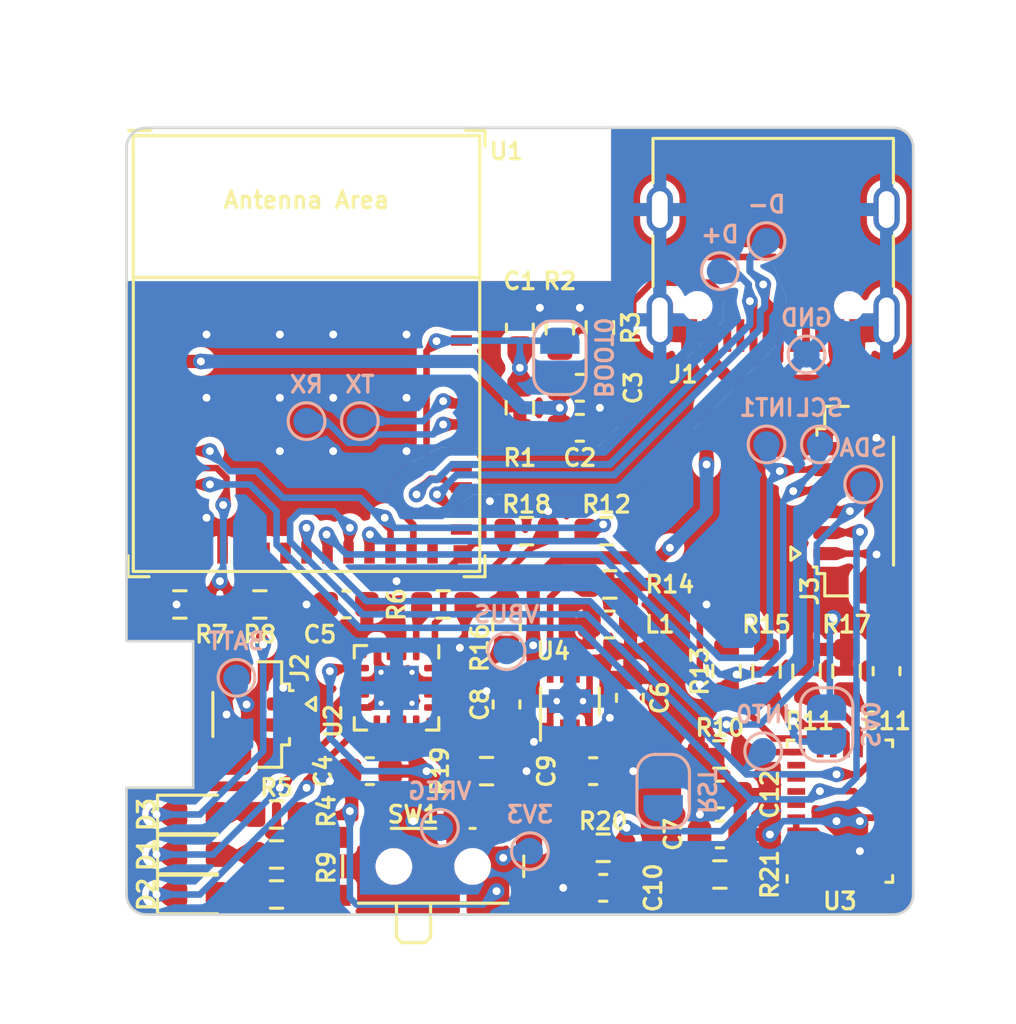
<source format=kicad_pcb>
(kicad_pcb (version 20240108) (generator "pcbnew") (generator_version "8.0")
  (layers (0 "F.Cu" signal) (31 "B.Cu" signal) (34 "B.Paste" user) (35 "F.Paste" user) (36 "B.SilkS" user "B.Silkscreen") (37 "F.SilkS" user "F.Silkscreen") (38 "B.Mask" user) (39 "F.Mask" user) (44 "Edge.Cuts" user))
  (net 0 "")
  (net 1 "Net-(J1-CC1)")
  (net 2 "/Power/+BATT")
  (net 3 "GND")
  (net 4 "Net-(D2-K)")
  (net 6 "/Power/VBUS")
  (net 7 "Net-(J1-CC2)")
  (net 9 "+3V3")
  (net 10 "Net-(U3-CAP)")
  (net 11 "Net-(U2-ISET)")
  (net 12 "Net-(U2-TS)")
  (net 13 "/Control/NRST")
  (net 14 "Net-(U2-TMR)")
  (net 15 "Net-(U2-ILIM)")
  (net 20 "/MCU/HOST_SDA")
  (net 21 "/MCU/HOST_SCL")
  (net 22 "/MCU/INT0")
  (net 23 "/MCU/INT1")
  (net 24 "Net-(D1-K)")
  (net 26 "/MCU/USB_D-")
  (net 27 "/MCU/USB_D+")
  (net 34 "Net-(U3-~{ENV_SDA})")
  (net 35 "Net-(U4-PG)")
  (net 36 "Net-(U3-~{ENV_SCL})")
  (net 37 "Net-(U3-~{BOOTN})")
  (net 49 "Net-(D1-A)")
  (net 50 "Net-(D2-A)")
  (net 51 "Net-(U1-GPIO21{slash}U0TXD)")
  (net 52 "Net-(U1-GPIO20{slash}U0RXD)")
  (net 58 "Net-(D3-K)")
  (net 59 "Net-(D3-A)")
  (net 60 "/Power/+VREG-ON")
  (net 61 "/Power/+VREG")
  (net 62 "Net-(U1-GPIO3{slash}ADC1_CH3)")
  (net 63 "/Control/BOOT_MODE")
  (net 64 "Net-(U1-GPIO2{slash}ADC1_CH2)")
  (net 65 "Net-(JP3-A)")
  (net 66 "/Power/DC-DC-OUT")
  (footprint "Capacitor_SMD:C_0603_1608Metric" (layer "F.Cu") (at 34.671 49.911)
    (property "Reference" "C4")
    (property "Value" "4.7u")
  )
  (footprint "Resistor_SMD:R_0603_1608Metric" (layer "F.Cu") (at 43.688 40.767 180)
    (property "Reference" "R12")
    (property "Value" "10k")
  )
  (footprint "Package_LGA:LGA-28_5.2x3.8mm_P0.5mm" (layer "F.Cu") (at 52.578 51.435 90)
    (property "Reference" "U3")
    (property "Value" "BNO08X")
  )
  (footprint "Package_DFN_QFN:VQFN-16-1EP_3x3mm_P0.5mm_EP1.68x1.68mm_ThermalVias" (layer "F.Cu") (at 35.687 46.736 -90)
    (property "Reference" "U2")
    (property "Value" "BQ24075RGT")
  )
  (footprint "Capacitor_SMD:C_0603_1608Metric" (layer "F.Cu") (at 40.386 33.02 90)
    (property "Reference" "C1")
    (property "Value" "0.1u")
  )
  (footprint "Capacitor_SMD:C_0603_1608Metric" (layer "F.Cu") (at 42.672 36.83 180)
    (property "Reference" "C2")
    (property "Value" "10u")
  )
  (footprint "LED_SMD:LED_0603_1608Metric" (layer "F.Cu") (at 28.067 54.61)
    (property "Reference" "D2")
    (property "Value" "R")
  )
  (footprint "Resistor_SMD:R_0603_1608Metric" (layer "F.Cu") (at 48.26 46.101 -90)
    (property "Reference" "R13")
    (property "Value" "2.2k")
  )
  (footprint "Resistor_SMD:R_0603_1608Metric" (layer "F.Cu") (at 40.386 36.068 90)
    (property "Reference" "R1")
    (property "Value" "10k")
  )
  (footprint "Resistor_SMD:R_0603_1608Metric" (layer "F.Cu") (at 49.784 46.101 90)
    (property "Reference" "R15")
    (property "Value" "10k")
  )
  (footprint "Resistor_SMD:R_0603_1608Metric" (layer "F.Cu") (at 27.432 43.561 180)
    (property "Reference" "R7")
    (property "Value" "10k")
  )
  (footprint "Capacitor_SMD:C_0603_1608Metric" (layer "F.Cu") (at 44.577 47.117 90)
    (property "Reference" "C6")
    (property "Value" "22u")
  )
  (footprint "LED_SMD:LED_0603_1608Metric" (layer "F.Cu") (at 28.067 53.086)
    (property "Reference" "D1")
    (property "Value" "G")
  )
  (footprint "Capacitor_SMD:C_0603_1608Metric" (layer "F.Cu") (at 48.006 52.324)
    (property "Reference" "C7")
    (property "Value" "0.1u")
  )
  (footprint "Resistor_SMD:R_0603_1608Metric" (layer "F.Cu") (at 31.115 51.562 180)
    (property "Reference" "R5")
    (property "Value" "1.5k")
  )
  (footprint "Resistor_SMD:R_0603_1608Metric" (layer "F.Cu") (at 40.64 40.767 180)
    (property "Reference" "R18")
    (property "Value" "1.8k")
  )
  (footprint "Capacitor_SMD:C_0603_1608Metric" (layer "F.Cu") (at 43.18 49.911)
    (property "Reference" "C9")
    (property "Value" "10u")
  )
  (footprint "Resistor_SMD:R_0603_1608Metric" (layer "F.Cu") (at 48.006 49.276)
    (property "Reference" "R10")
    (property "Value" "2.2k")
  )
  (footprint "Capacitor_SMD:C_0603_1608Metric" (layer "F.Cu") (at 43.561 54.356 180)
    (property "Reference" "C10")
    (property "Value" "1u")
  )
  (footprint "Capacitor_SMD:C_0603_1608Metric" (layer "F.Cu") (at 54.356 46.101 -90)
    (property "Reference" "C11")
    (property "Value" "0.1u")
  )
  (footprint "Resistor_SMD:R_0603_1608Metric" (layer "F.Cu") (at 37.4675 43.561 180)
    (property "Reference" "R6")
    (property "Value" "10k")
  )
  (footprint "Connector_JST:JST_SUR_SM02B-SURS-TF_1x02-1MP_P0.80mm_Horizontal" (layer "F.Cu") (at 30.099 47.752 -90)
    (property "Reference" "J2")
    (property "Value" "SUR_SM02B-SURS-TF")
  )
  (footprint "Resistor_SMD:R_0603_1608Metric" (layer "F.Cu") (at 31.115 53.086 180)
    (property "Reference" "R4")
    (property "Value" "1.5k")
  )
  (footprint "Resistor_SMD:R_0603_1608Metric" (layer "F.Cu") (at 51.308 46.101 -90)
    (property "Reference" "R11")
    (property "Value" "2.2k")
  )
  (footprint "Resistor_SMD:R_0603_1608Metric" (layer "F.Cu") (at 30.48 43.561)
    (property "Reference" "R8")
    (property "Value" "40.2k")
  )
  (footprint "Resistor_SMD:R_0603_1608Metric" (layer "F.Cu") (at 41.91 33.02 90)
    (property "Reference" "R2")
    (property "Value" "5.1k")
  )
  (footprint "Connector_USB:USB_C_Receptacle_G-Switch_GT-USB-7010ASV" (layer "F.Cu") (at 50.038 29.591 180)
    (property "Reference" "J1")
    (property "Value" "GT-USB-7010ASV")
  )
  (footprint "Package_SON:WSON-8-1EP_2x2mm_P0.5mm_EP0.9x1.6mm_ThermalVias" (layer "F.Cu") (at 42.291 47.244 90)
    (property "Reference" "U4")
    (property "Value" "TPS62162DSG")
  )
  (footprint "Resistor_SMD:R_0603_1608Metric" (layer "F.Cu") (at 43.815 42.799 180)
    (property "Reference" "R14")
    (property "Value" "100k")
  )
  (footprint "Resistor_SMD:R_0603_1608Metric" (layer "F.Cu") (at 31.115 54.61 180)
    (property "Reference" "R9")
    (property "Value" "1.5k")
  )
  (footprint "Capacitor_SMD:C_0603_1608Metric" (layer "F.Cu") (at 42.672 35.306 180)
    (property "Reference" "C3")
    (property "Value" "0.1u")
  )
  (footprint "Resistor_SMD:R_0603_1608Metric" (layer "F.Cu") (at 39.878 44.323 -90)
    (property "Reference" "R16")
    (property "Value" "30k")
  )
  (footprint "Button_Switch_SMD:SW_SPDT_PCM12" (layer "F.Cu") (at 37.084 53.213)
    (property "Reference" "SW1")
    (property "Value" "SW_SPDT_PCM12")
  )
  (footprint "Connector_JST:JST_SUR_SM06B-SURS-TF_1x06-1MP_P0.80mm_Horizontal" (layer "F.Cu") (at 53.213 39.624 90)
    (property "Reference" "J3")
    (property "Value" "SUR_SM06B-SURS-TF")
  )
  (footprint "Resistor_SMD:R_0603_1608Metric" (layer "F.Cu") (at 52.832 46.101 -90)
    (property "Reference" "R17")
    (property "Value" "2.2k")
  )
  (footprint "LED_SMD:LED_0603_1608Metric" (layer "F.Cu") (at 28.067 51.562)
    (property "Reference" "D3")
    (property "Value" "B")
  )
  (footprint "Capacitor_SMD:C_0603_1608Metric" (layer "F.Cu") (at 39.878 47.371 -90)
    (property "Reference" "C8")
    (property "Value" "1u")
  )
  (footprint "PCM_Espressif:ESP32-C3-MINI-1" (layer "F.Cu") (at 32.258 34.003)
    (property "Reference" "U1")
    (property "Value" "ESP32-C3-MINI-1")
  )
  (footprint "Resistor_SMD:R_0603_1608Metric" (layer "F.Cu") (at 43.434 33.02 90)
    (property "Reference" "R3")
    (property "Value" "5.1k")
  )
  (footprint "Inductor_SMD:L_0603_1608Metric" (layer "F.Cu") (at 43.815 44.323)
    (property "Reference" "L1")
    (property "Value" "2.2u")
  )
  (footprint "Resistor_SMD:R_0603_1608Metric" (layer "F.Cu") (at 39.116 49.911 180)
    (property "Reference" "R19")
    (property "Value" "3.3k")
  )
  (footprint "Resistor_SMD:R_0603_1608Metric" (layer "F.Cu") (at 43.561 52.832)
    (property "Reference" "R20")
    (property "Value" "10k")
  )
  (footprint "Resistor_SMD:R_0603_1608Metric" (layer "F.Cu") (at 48.006 53.848 180)
    (property "Reference" "R21")
    (property "Value" "10k")
  )
  (footprint "Capacitor_SMD:C_0603_1608Metric" (layer "F.Cu") (at 33.782 43.561)
    (property "Reference" "C5")
    (property "Value" "4.7u")
  )
  (footprint "Capacitor_SMD:C_0603_1608Metric" (layer "F.Cu") (at 48.006 50.8 180)
    (property "Reference" "C12")
    (property "Value" "0.1u")
  )
  (footprint "Jumper:SolderJumper-2_P1.3mm_Open_RoundedPad1.0x1.5mm" (layer "B.Cu") (at 41.91 34.163 90)
    (property "Reference" "JP1" (hide yes))
    (property "Value" "BOOT0")
  )
  (footprint "Jumper:SolderJumper-2_P1.3mm_Open_RoundedPad1.0x1.5mm" (layer "B.Cu") (at 45.847 50.673 -90)
    (property "Reference" "JP2" (hide yes))
    (property "Value" "RST")
  )
  (footprint "TestPoint:TestPoint_Pad_D1.0mm" (layer "B.Cu") (at 53.467 38.989 180)
    (property "Reference" "TP8" (hide yes))
    (property "Value" "SDA")
  )
  (footprint "TestPoint:TestPoint_Pad_D1.0mm" (layer "B.Cu") (at 51.816 37.465 180)
    (property "Reference" "TP1" (hide yes))
    (property "Value" "SCL")
  )
  (footprint "TestPoint:TestPoint_Pad_D1.0mm" (layer "B.Cu") (at 32.258 36.576 180)
    (property "Reference" "TP6" (hide yes))
    (property "Value" "RX")
  )
  (footprint "TestPoint:TestPoint_Pad_D1.0mm" (layer "B.Cu") (at 49.784 37.465 180)
    (property "Reference" "TP2" (hide yes))
    (property "Value" "INT1")
  )
  (footprint "TestPoint:TestPoint_Pad_D1.0mm" (layer "B.Cu") (at 48.006 30.861 180)
    (property "Reference" "TP3" (hide yes))
    (property "Value" "D+")
  )
  (footprint "TestPoint:TestPoint_Pad_D1.0mm" (layer "B.Cu") (at 49.784 29.718 180)
    (property "Reference" "TP4" (hide yes))
    (property "Value" "D-")
  )
  (footprint "TestPoint:TestPoint_Pad_D1.0mm" (layer "B.Cu") (at 29.591 46.355 180)
    (property "Reference" "TP12" (hide yes))
    (property "Value" "BATT")
  )
  (footprint "TestPoint:TestPoint_Pad_D1.0mm" (layer "B.Cu") (at 49.657 49.149 180)
    (property "Reference" "TP9" (hide yes))
    (property "Value" "INT0")
  )
  (footprint "TestPoint:TestPoint_Pad_D1.0mm" (layer "B.Cu") (at 51.308 34.036 180)
    (property "Reference" "TP5" (hide yes))
    (property "Value" "GND")
  )
  (footprint "TestPoint:TestPoint_Pad_D1.0mm" (layer "B.Cu") (at 40.767 52.959 180)
    (property "Reference" "TP10" (hide yes))
    (property "Value" "3V3")
  )
  (footprint "Jumper:SolderJumper-2_P1.3mm_Open_RoundedPad1.0x1.5mm" (layer "B.Cu") (at 52.07 48.133 90)
    (property "Reference" "JP3" (hide yes))
    (property "Value" "SA0")
  )
  (footprint "TestPoint:TestPoint_Pad_D1.0mm" (layer "B.Cu") (at 39.878 45.339 180)
    (property "Reference" "TP11" (hide yes))
    (property "Value" "VBUS")
  )
  (footprint "TestPoint:TestPoint_Pad_D1.0mm" (layer "B.Cu") (at 37.338 52.07 180)
    (property "Reference" "TP13" (hide yes))
    (property "Value" "VREG")
  )
  (footprint "TestPoint:TestPoint_Pad_D1.0mm" (layer "B.Cu") (at 34.29 36.576 180)
    (property "Reference" "TP7" (hide yes))
    (property "Value" "TX")
  )
  (gr_line (start 25.4 44.958) (end 25.4 26.162) (stroke (width 0.1)) (layer "Edge.Cuts"))
  (gr_line (start 55.372 26.162) (end 55.372 54.61) (stroke (width 0.1)) (layer "Edge.Cuts"))
  (gr_arc (start 25.4 26.162) (mid 25.623185 25.623185) (end 26.162 25.4) (stroke (width 0.1)) (layer "Edge.Cuts"))
  (gr_line (start 25.4 50.546) (end 27.94 50.546) (stroke (width 0.1)) (layer "Edge.Cuts"))
  (gr_line (start 26.162 25.4) (end 54.61 25.4) (stroke (width 0.1)) (layer "Edge.Cuts"))
  (gr_line (start 25.4 54.61) (end 25.4 50.546) (stroke (width 0.1)) (layer "Edge.Cuts"))
  (gr_line (start 27.94 44.958) (end 25.4 44.958) (stroke (width 0.1)) (layer "Edge.Cuts"))
  (gr_arc (start 55.372 54.61) (mid 55.148815 55.148815) (end 54.61 55.372) (stroke (width 0.1)) (layer "Edge.Cuts"))
  (gr_arc (start 54.61 25.400053) (mid 55.148797 25.623219) (end 55.372 26.162) (stroke (width 0.1)) (layer "Edge.Cuts"))
  (gr_line (start 54.61 55.372) (end 26.162 55.372) (stroke (width 0.1)) (layer "Edge.Cuts"))
  (gr_line (start 27.94 50.546) (end 27.94 44.958) (stroke (width 0.1)) (layer "Edge.Cuts"))
  (gr_arc (start 26.162 55.372) (mid 25.623185 55.148815) (end 25.4 54.61) (stroke (width 0.1)) (layer "Edge.Cuts"))
  (segment (start 43.776604 33.12) (end 42.635 33.12) (width 0.25) (layer "F.Cu") (net 1))
  (segment (start 42.635 33.12) (end 41.91 33.845) (width 0.25) (layer "F.Cu") (net 1))
  (segment (start 50.086305 30.322) (end 51.288 31.523695) (width 0.25) (layer "F.Cu") (net 1))
  (segment (start 44.234 31.712) (end 44.234 32.662604) (width 0.25) (layer "F.Cu") (net 1))
  (segment (start 44.234 32.662604) (end 43.776604 33.12) (width 0.25) (layer "F.Cu") (net 1))
  (segment (start 44.503 31.443) (end 45.624 30.322) (width 0.25) (layer "F.Cu") (net 1))
  (segment (start 44.503 31.443) (end 44.234 31.712) (width 0.25) (layer "F.Cu") (net 1))
  (segment (start 51.288 31.523695) (end 51.288 33.316) (width 0.25) (layer "F.Cu") (net 1))
  (segment (start 45.624 30.322) (end 50.086305 30.322) (width 0.25) (layer "F.Cu") (net 1))
  (via (at 29.972 47.371) (size 0.6) (drill 0.3) (layers "F.Cu" "B.Cu") (net 2))
  (segment (start 29.591 46.99) (end 29.591 46.355) (width 0.25) (layer "B.Cu") (net 2))
  (segment (start 29.972 47.371) (end 29.591 46.99) (width 0.25) (layer "B.Cu") (net 2))
  (segment (start 38.989 41.042) (end 38.803 41.228) (width 0.25) (layer "F.Cu") (net 3))
  (segment (start 37.189 42.672) (end 35.687 42.672) (width 0.25) (layer "F.Cu") (net 3))
  (segment (start 43.447 36.83) (end 43.447 36.081) (width 0.25) (layer "F.Cu") (net 3))
  (segment (start 43.041 47.013) (end 42.81 47.244) (width 0.25) (layer "F.Cu") (net 3))
  (segment (start 29.21 47.752) (end 29.299 47.663) (width 0.25) (layer "F.Cu") (net 3))
  (segment (start 53.145 52.764) (end 52.2215 52.764) (width 0.25) (layer "F.Cu") (net 3))
  (segment (start 41.211 32.195) (end 41.148 32.258) (width 0.25) (layer "F.Cu") (net 3))
  (segment (start 54.356 43.307) (end 53.975 42.926) (width 0.25) (layer "F.Cu") (net 3))
  (segment (start 33.147 50.292) (end 33.528 49.911) (width 0.25) (layer "F.Cu") (net 3))
  (segment (start 43.815 47.879) (end 43.828 47.892) (width 0.25) (layer "F.Cu") (net 3))
  (segment (start 43.447 36.055) (end 43.434 36.068) (width 0.25) (layer "F.Cu") (net 3))
  (segment (start 35.097 45.897992) (end 34.937 45.737992) (width 0.25) (layer "F.Cu") (net 3))
  (segment (start 46.318 33.316) (end 45.718 32.716) (width 0.5) (layer "F.Cu") (net 3))
  (segment (start 31.249 46.856) (end 31.249 47.352) (width 0.25) (layer "F.Cu") (net 3))
  (segment (start 47.244 50.813) (end 47.231 50.8) (width 0.25) (layer "F.Cu") (net 3))
  (segment (start 50.9155 52.185) (end 50.9155 51.685) (width 0.25) (layer "F.Cu") (net 3))
  (segment (start 49.784 44.831) (end 49.149 44.196) (width 0.25) (layer "F.Cu") (net 3))
  (segment (start 47.244 52.311) (end 47.231 52.324) (width 0.25) (layer "F.Cu") (net 3))
  (segment (start 53.975 37.211) (end 53.975 36.364) (width 0.25) (layer "F.Cu") (net 3))
  (segment (start 46.838 33.316) (end 46.318 33.316) (width 0.5) (layer "F.Cu") (net 3))
  (segment (start 40.64 49.911) (end 39.941 49.911) (width 0.25) (layer "F.Cu") (net 3))
  (segment (start 43.828 47.892) (end 44.8245 47.892) (width 0.25) (layer "F.Cu") (net 3))
  (segment (start 29.21 47.752) (end 29.299 47.841) (width 0.25) (layer "F.Cu") (net 3))
  (segment (start 51.828 53.1575) (end 52.2215 52.764) (width 0.25) (layer "F.Cu") (net 3))
  (segment (start 34.685008 47.486) (end 34.845008 47.326) (width 0.25) (layer "F.Cu") (net 3))
  (segment (start 53.943 41.624) (end 53.975 41.656) (width 0.25) (layer "F.Cu") (net 3))
  (segment (start 42.786 54.356) (end 42.037 54.356) (width 0.25) (layer "F.Cu") (net 3))
  (segment (start 44.704 49.911) (end 43.955 49.911) (width 0.25) (layer "F.Cu") (net 3))
  (segment (start 38.227 31.892) (end 38.277 31.842) (width 0.25) (layer "F.Cu") (net 3))
  (segment (start 34.937 45.737992) (end 34.937 45.2855) (width 0.25) (layer "F.Cu") (net 3))
  (segment (start 29.299 47.841) (end 29.299 49.452) (width 0.25) (layer "F.Cu") (net 3))
  (segment (start 38.2925 45.0195) (end 38.2925 43.561) (width 0.25) (layer "F.Cu") (net 3))
  (segment (start 42.609 32.195) (end 41.91 32.195) (width 0.25) (layer "F.Cu") (net 3))
  (segment (start 43.041 47.475) (end 43.041 48.175) (width 0.25) (layer "F.Cu") (net 3))
  (segment (start 53.238 33.316) (end 53.758 33.316) (width 0.5) (layer "F.Cu") (net 3))
  (segment (start 51.6425 52.185) (end 52.2215 52.764) (width 0.25) (layer "F.Cu") (net 3))
  (segment (start 40.386 32.245) (end 41.135 32.245) (width 0.25) (layer "F.Cu") (net 3))
  (segment (start 38.989 39.878) (end 38.989 41.042) (width 0.25) (layer "F.Cu") (net 3))
  (segment (start 39.383 46.596) (end 39.878 46.596) (width 0.25) (layer "F.Cu") (net 3))
  (segment (start 27.305 43.561) (end 26.671 43.561) (width 0.25) (layer "F.Cu") (net 3))
  (segment (start 34.845008 47.326) (end 35.097 47.326) (width 0.25) (layer "F.Cu") (net 3))
  (segment (start 26.427 31.892) (end 26.377 31.842) (width 0.25) (layer "F.Cu") (net 3))
  (segment (start 54.2405 53.685) (end 53.4655 53.685) (width 0.25) (layer "F.Cu") (net 3))
  (segment (start 35.937 46.486) (end 35.687 46.736) (width 0.25) (layer "F.Cu") (net 3))
  (segment (start 41.465 40.005) (end 41.465 40.767) (width 0.25) (layer "F.Cu") (net 3))
  (segment (start 32.258 43.561) (end 33.007 43.561) (width 0.25) (layer "F.Cu") (net 3))
  (segment (start 39.116 46.863) (end 39.383 46.596) (width 0.25) (layer "F.Cu") (net 3))
  (segment (start 39.878 43.498) (end 39.878 42.354) (width 0.25) (layer "F.Cu") (net 3))
  (segment (start 52.063 41.624) (end 53.943 41.624) (width 0.25) (layer "F.Cu") (net 3))
  (segment (start 53.975 36.364) (end 54.013 36.326) (width 0.25) (layer "F.Cu") (net 3))
  (segment (start 41.541 47.513) (end 41.81 47.244) (width 0.25) (layer "F.Cu") (net 3))
  (segment (start 49.784 45.276) (end 49.784 44.831) (width 0.25) (layer "F.Cu") (net 3))
  (segment (start 38.354 43.561) (end 39.815 43.561) (width 0.25) (layer "F.Cu") (net 3))
  (segment (start 41.91 32.195) (end 41.211 32.195) (width 0.25) (layer "F.Cu") (net 3))
  (segment (start 37.1495 46.486) (end 35.937 46.486) (width 0.25) (layer "F.Cu") (net 3))
  (segment (start 53.328 52.971) (end 53.34 52.959) (width 0.25) (layer "F.Cu") (net 3))
  (segment (start 34.2245 47.486) (end 34.685008 47.486) (width 0.25) (layer "F.Cu") (net 3))
  (segment (start 54.356 45.326) (end 54.356 43.307) (width 0.25) (layer "F.Cu") (net 3))
  (segment (start 43.041 46.294) (end 43.041 47.013) (width 0.25) (layer "F.Cu") (net 3))
  (segment (start 53.328 53.8225) (end 53.328 52.971) (width 0.25) (layer "F.Cu") (net 3))
  (segment (start 43.447 35.306) (end 43.447 36.055) (width 0.25) (layer "F.Cu") (net 3))
  (segment (start 31.369 46.736) (end 31.249 46.856) (width 0.25) (layer "F.Cu") (net 3))
  (segment (start 53.4655 53.685) (end 53.328 53.8225) (width 0.25) (layer "F.Cu") (net 3))
  (segment (start 35.097 46.146) (end 35.097 45.897992) (width 0.25) (layer "F.Cu") (net 3))
  (segment (start 37.127 31.892) (end 38.227 31.892) (width 0.25) (layer "F.Cu") (net 3))
  (segment (start 42.672 32.258) (end 42.735 32.195) (width 0.25) (layer "F.Cu") (net 3))
  (segment (start 40.922477 48.485523) (end 41.214 48.194) (width 0.25) (layer "F.Cu") (net 3))
  (segment (start 42.672 32.258) (end 42.609 32.195) (width 0.25) (layer "F.Cu") (net 3))
  (segment (start 53.758 33.316) (end 54.358 32.716) (width 0.5) (layer "F.Cu") (net 3))
  (segment (start 39.243 39.624) (end 38.989 39.878) (width 0.25) (layer "F.Cu") (net 3))
  (segment (start 42.735 32.195) (end 43.434 32.195) (width 0.25) (layer "F.Cu") (net 3))
  (segment (start 41.135 32.245) (end 41.148 32.258) (width 0.25) (layer "F.Cu") (net 3))
  (segment (start 38.803 41.228) (end 38.633 41.228) (width 0.25) (layer "F.Cu") (net 3))
  (segment (start 47.244 43.815) (end 47.244 46.609) (width 0.25) (layer "F.Cu") (net 3))
  (segment (start 40.922477 48.796477) (end 40.922477 48.485523) (width 0.25) (layer "F.Cu") (net 3))
  (segment (start 34.2245 46.486) (end 35.437 46.486) (width 0.25) (layer "F.Cu") (net 3))
  (segment (start 51.828 53.8225) (end 51.828 53.1575) (width 0.25) (layer "F.Cu") (net 3))
  (segment (start 39.878 42.354) (end 41.465 40.767) (width 0.25) (layer "F.Cu") (net 3))
  (segment (start 53.34 52.959) (end 53.145 52.764) (width 0.25) (layer "F.Cu") (net 3))
  (segment (start 53.975 42.926) (end 53.975 41.656) (width 0.25) (layer "F.Cu") (net 3))
  (segment (start 47.498 43.561) (end 47.244 43.815) (width 0.25) (layer "F.Cu") (net 3))
  (segment (start 47.244 51.562) (end 47.244 52.311) (width 0.25) (layer "F.Cu") (net 3))
  (segment (start 50.9155 52.185) (end 51.6425 52.185) (width 0.25) (layer "F.Cu") (net 3))
  (segment (start 35.437 46.486) (end 35.687 46.736) (width 0.25) (layer "F.Cu") (net 3))
  (segment (start 41.214 48.194) (end 41.541 48.194) (width 0.25) (layer "F.Cu") (net 3))
  (segment (start 41.541 48.194) (end 41.541 47.513) (width 0.25) (layer "F.Cu") (net 3))
  (segment (start 43.447 36.081) (end 43.434 36.068) (width 0.25) (layer "F.Cu") (net 3))
  (segment (start 29.299 47.663) (end 29.299 46.052) (width 0.25) (layer "F.Cu") (net 3))
  (segment (start 38.633 41.228) (end 37.189 42.672) (width 0.25) (layer "F.Cu") (net 3))
  (segment (start 42.81 47.244) (end 43.041 47.475) (width 0.25) (layer "F.Cu") (net 3))
  (segment (start 47.244 51.562) (end 47.244 50.813) (width 0.25) (layer "F.Cu") (net 3))
  (segment (start 33.528 49.911) (end 33.896 49.911) (width 0.25) (layer "F.Cu") (net 3))
  (segment (start 38.1 45.212) (end 38.2925 45.0195) (width 0.25) (layer "F.Cu") (net 3))
  (via (at 39.116 46.863) (size 0.6) (drill 0.3) (layers "F.Cu" "B.Cu") (net 3))
  (via (at 36.068 33.274) (size 0.6) (drill 0.3) (layers "F.Cu" "B.Cu") (net 3))
  (via (at 28.448 40.259) (size 0.6) (drill 0.3) (layers "F.Cu" "B.Cu") (net 3))
  (via (at 47.244 46.609) (size 0.6) (drill 0.3) (layers "F.Cu" "B.Cu") (net 3))
  (via (at 53.34 52.959) (size 0.6) (drill 0.3) (layers "F.Cu" "B.Cu") (net 3))
  (via (at 53.975 37.211) (size 0.6) (drill 0.3) (layers "F.Cu" "B.Cu") (net 3))
  (via (at 28.448 35.687) (size 0.6) (drill 0.3) (layers "F.Cu" "B.Cu") (net 3))
  (via (at 53.975 41.656) (size 0.6) (drill 0.3) (layers "F.Cu" "B.Cu") (net 3))
  (via (at 47.498 43.561) (size 0.6) (drill 0.3) (layers "F.Cu" "B.Cu") (net 3))
  (via (at 42.672 32.258) (size 0.6) (drill 0.3) (layers "F.Cu" "B.Cu") (net 3))
  (via (at 35.687 42.672) (size 0.6) (drill 0.3) (layers "F.Cu" "B.Cu") (net 3))
  (via (at 42.037 54.356) (size 0.6) (drill 0.3) (layers "F.Cu" "B.Cu") (net 3))
  (via (at 31.369 46.736) (size 0.6) (drill 0.3) (layers "F.Cu" "B.Cu") (net 3))
  (via (at 36.068 35.687) (size 0.6) (drill 0.3) (layers "F.Cu" "B.Cu") (net 3))
  (via (at 28.448 33.274) (size 0.6) (drill 0.3) (layers "F.Cu" "B.Cu") (net 3))
  (via (at 29.21 47.752) (size 0.6) (drill 0.3) (layers "F.Cu" "B.Cu") (net 3))
  (via (at 31.242 35.687) (size 0.6) (drill 0.3) (layers "F.Cu" "B.Cu") (net 3))
  (via (at 31.242 37.719) (size 0.6) (drill 0.3) (layers "F.Cu" "B.Cu") (net 3))
  (via (at 41.465 40.005) (size 0.6) (drill 0.3) (layers "F.Cu" "B.Cu") (net 3))
  (via (at 33.147 50.292) (size 0.6) (drill 0.3) (layers "F.Cu" "B.Cu") (net 3))
  (via (at 44.704 49.911) (size 0.6) (drill 0.3) (layers "F.Cu" "B.Cu") (net 3))
  (via (at 41.148 32.258) (size 0.6) (drill 0.3) (layers "F.Cu" "B.Cu") (net 3))
  (via (at 33.274 37.719) (size 0.6) (drill 0.3) (layers "F.Cu" "B.Cu") (net 3))
  (via (at 39.243 39.624) (size 0.6) (drill 0.3) (layers "F.Cu" "B.Cu") (net 3))
  (via (at 43.434 36.068) (size 0.6) (drill 0.3) (layers "F.Cu" "B.Cu") (net 3))
  (via (at 38.1 45.212) (size 0.6) (drill 0.3) (layers "F.Cu" "B.Cu") (net 3))
  (via (at 40.64 49.911) (size 0.6) (drill 0.3) (layers "F.Cu" "B.Cu") (net 3))
  (via (at 36.068 37.719) (size 0.6) (drill 0.3) (layers "F.Cu" "B.Cu") (net 3))
  (via (at 31.242 33.274) (size 0.6) (drill 0.3) (layers "F.Cu" "B.Cu") (net 3))
  (via (at 43.815 47.879) (size 0.6) (drill 0.3) (layers "F.Cu" "B.Cu") (net 3))
  (via (at 33.274 33.274) (size 0.6) (drill 0.3) (layers "F.Cu" "B.Cu") (net 3))
  (via (at 49.149 44.196) (size 0.6) (drill 0.3) (layers "F.Cu" "B.Cu") (net 3))
  (via (at 27.305 43.561) (size 0.6) (drill 0.3) (layers "F.Cu" "B.Cu") (net 3))
  (via (at 33.274 35.687) (size 0.6) (drill 0.3) (layers "F.Cu" "B.Cu") (net 3))
  (via (at 40.922477 48.796477) (size 0.6) (drill 0.3) (layers "F.Cu" "B.Cu") (net 3))
  (via (at 32.258 43.561) (size 0.6) (drill 0.3) (layers "F.Cu" "B.Cu") (net 3))
  (via (at 47.244 51.562) (size 0.6) (drill 0.3) (layers "F.Cu" "B.Cu") (net 3))
  (segment (start 32.258 50.263341) (end 34.322841 48.1985) (width 0.25) (layer "F.Cu") (net 4))
  (segment (start 32.258 50.546) (end 32.258 50.263341) (width 0.25) (layer "F.Cu") (net 4))
  (segment (start 34.322841 48.1985) (end 34.937 48.1985) (width 0.25) (layer "F.Cu") (net 4))
  (segment (start 26.543 54.61) (end 27.2795 54.61) (width 0.25) (layer "F.Cu") (net 4))
  (via (at 32.258 50.546) (size 0.6) (drill 0.3) (layers "F.Cu" "B.Cu") (net 4))
  (via (at 26.543 54.61) (size 0.6) (drill 0.3) (layers "F.Cu" "B.Cu") (net 4))
  (segment (start 32.258 50.546) (end 28.194 54.61) (width 0.25) (layer "B.Cu") (net 4))
  (segment (start 28.194 54.61) (end 26.543 54.61) (width 0.25) (layer "B.Cu") (net 4))
  (segment (start 52.438 34.397) (end 52.438 33.316) (width 0.5) (layer "F.Cu") (net 6))
  (segment (start 40.894 45.1195) (end 40.894 47.13) (width 0.5) (layer "F.Cu") (net 6))
  (segment (start 46.101 41.402) (end 45.72 41.783) (width 0.5) (layer "F.Cu") (net 6))
  (segment (start 47.498 38.227) (end 47.498 35.999) (width 0.5) (layer "F.Cu") (net 6))
  (segment (start 48.446 35.051) (end 51.784 35.051) (width 0.5) (layer "F.Cu") (net 6))
  (segment (start 45.72 41.783) (end 41.91 41.783) (width 0.5) (layer "F.Cu") (net 6))
  (segment (start 47.638 33.316) (end 47.638 34.243) (width 0.5) (layer "F.Cu") (net 6))
  (segment (start 40.894 47.13) (end 39.878 48.146) (width 0.5) (layer "F.Cu") (net 6))
  (segment (start 47.638 34.243) (end 48.446 35.051) (width 0.5) (layer "F.Cu") (net 6))
  (segment (start 47.498 35.999) (end 48.446 35.051) (width 0.5) (layer "F.Cu") (net 6))
  (segment (start 41.91 41.783) (end 40.894 42.799) (width 0.5) (layer "F.Cu") (net 6))
  (segment (start 40.894 42.799) (end 40.894 45.1195) (width 0.5) (layer "F.Cu") (net 6))
  (segment (start 51.784 35.051) (end 52.438 34.397) (width 0.5) (layer "F.Cu") (net 6))
  (via (at 40.894 45.1195) (size 0.6) (drill 0.3) (layers "F.Cu" "B.Cu") (net 6))
  (via (at 47.498 38.227) (size 0.6) (drill 0.3) (layers "F.Cu" "B.Cu") (net 6))
  (via (at 46.101 41.402) (size 0.6) (drill 0.3) (layers "F.Cu" "B.Cu") (net 6))
  (segment (start 47.498 40.005) (end 47.498 38.227) (width 0.5) (layer "B.Cu") (net 6))
  (segment (start 39.878 45.339) (end 40.6745 45.339) (width 0.25) (layer "B.Cu") (net 6))
  (segment (start 40.6745 45.339) (end 40.894 45.1195) (width 0.25) (layer "B.Cu") (net 6))
  (segment (start 46.101 41.402) (end 47.498 40.005) (width 0.5) (layer "B.Cu") (net 6))
  (segment (start 43.688 33.845) (end 44.704 32.829) (width 0.25) (layer "F.Cu") (net 7))
  (segment (start 47.629695 31.301) (end 48.288 31.959305) (width 0.25) (layer "F.Cu") (net 7))
  (segment (start 43.434 33.845) (end 43.688 33.845) (width 0.25) (layer "F.Cu") (net 7))
  (segment (start 45.416274 31.301) (end 47.629695 31.301) (width 0.25) (layer "F.Cu") (net 7))
  (segment (start 44.704 32.829) (end 44.704 32.013274) (width 0.25) (layer "F.Cu") (net 7))
  (segment (start 48.288 31.959305) (end 48.288 33.316) (width 0.25) (layer "F.Cu") (net 7))
  (segment (start 44.704 32.013274) (end 45.416274 31.301) (width 0.25) (layer "F.Cu") (net 7))
  (segment (start 53.34 51.816) (end 53.471 51.685) (width 0.25) (layer "F.Cu") (net 9))
  (segment (start 47.257 53.848) (end 47.181 53.848) (width 0.25) (layer "F.Cu") (net 9))
  (segment (start 49.913 52.324) (end 49.913 53.213) (width 0.25) (layer "F.Cu") (net 9))
  (segment (start 52.328 54.352) (end 52.328 53.8225) (width 0.25) (layer "F.Cu") (net 9))
  (segment (start 33.909 51.435) (end 33.782 51.562) (width 0.25) (layer "F.Cu") (net 9))
  (segment (start 50.9155 53.185) (end 49.941 53.185) (width 0.25) (layer "F.Cu") (net 9))
  (segment (start 53.471 51.685) (end 54.2405 51.685) (width 0.25) (layer "F.Cu") (net 9))
  (segment (start 47.181 49.276) (end 47.257 49.276) (width 0.25) (layer "F.Cu") (net 9))
  (segment (start 50.6785 54.485) (end 52.195 54.485) (width 0.25) (layer "F.Cu") (net 9))
  (segment (start 49.941 53.185) (end 49.913 53.213) (width 0.25) (layer "F.Cu") (net 9))
  (segment (start 41.91 35.319) (end 41.897 35.306) (width 0.25) (layer "F.Cu") (net 9))
  (segment (start 43.688 45.897) (end 43.688 46.228) (width 0.25) (layer "F.Cu") (net 9))
  (segment (start 43.802 46.342) (end 44.577 46.342) (width 0.25) (layer "F.Cu") (net 9))
  (segment (start 33.782 51.562) (end 31.94 51.562) (width 0.25) (layer "F.Cu") (net 9))
  (segment (start 49.913 53.213) (end 49.913 53.7195) (width 0.25) (layer "F.Cu") (net 9))
  (segment (start 42.541 46.294) (end 42.541 45.788) (width 0.25) (layer "F.Cu") (net 9))
  (segment (start 43.688 46.228) (end 43.802 46.342) (width 0.25) (layer "F.Cu") (net 9))
  (segment (start 41.91 36.817) (end 41.897 36.83) (width 0.25) (layer "F.Cu") (net 9))
  (segment (start 43.384 45.593) (end 43.688 45.897) (width 0.25) (layer "F.Cu") (net 9))
  (segment (start 47.183 49.208) (end 47.181 49.21) (width 0.25) (layer "F.Cu") (net 9))
  (segment (start 41.91 36.068) (end 41.91 35.319) (width 0.25) (layer "F.Cu") (net 9))
  (segment (start 47.257 49.276) (end 48.781 50.8) (width 0.5) (layer "F.Cu") (net 9))
  (segment (start 41.91 36.068) (end 41.91 36.817) (width 0.25) (layer "F.Cu") (net 9))
  (segment (start 49.913 53.7195) (end 50.6785 54.485) (width 0.25) (layer "F.Cu") (net 9))
  (segment (start 42.541 45.788) (end 42.736 45.593) (width 0.25) (layer "F.Cu") (net 9))
  (segment (start 42.736 45.593) (end 43.384 45.593) (width 0.25) (layer "F.Cu") (net 9))
  (segment (start 28.232 34.303) (end 26.358 34.303) (width 0.5) (layer "F.Cu") (net 9))
  (segment (start 52.195 54.485) (end 52.328 54.352) (width 0.25) (layer "F.Cu") (net 9))
  (segment (start 48.781 52.324) (end 47.257 53.848) (width 0.5) (layer "F.Cu") (net 9))
  (segment (start 47.181 49.21) (end 47.181 49.276) (width 0.25) (layer "F.Cu") (net 9))
  (via (at 33.909 51.435) (size 0.6) (drill 0.3) (layers "F.Cu" "B.Cu") (net 9))
  (via (at 39.751 53.213) (size 0.6) (drill 0.3) (layers "F.Cu" "B.Cu") (net 9))
  (via (at 41.91 36.068) (size 0.6) (drill 0.3) (layers "F.Cu" "B.Cu") (net 9))
  (via (at 28.232 34.303) (size 0.6) (drill 0.3) (layers "F.Cu" "B.Cu") (net 9))
  (via (at 49.913 52.324) (size 0.6) (drill 0.3) (layers "F.Cu" "B.Cu") (net 9))
  (via (at 52.324 44.069) (size 0.6) (drill 0.3) (layers "F.Cu" "B.Cu") (net 9))
  (via (at 52.451 51.816) (size 0.6) (drill 0.3) (layers "F.Cu" "B.Cu") (net 9))
  (via (at 39.497 54.483) (size 0.6) (drill 0.3) (layers "F.Cu" "B.Cu") (net 9))
  (via (at 53.34 51.816) (size 0.6) (drill 0.3) (layers "F.Cu" "B.Cu") (net 9))
  (segment (start 40.005 52.959) (end 40.767 52.959) (width 0.25) (layer "B.Cu") (net 9))
  (segment (start 33.909 54.737) (end 34.163 54.991) (width 0.25) (layer "B.Cu") (net 9))
  (segment (start 41.91 36.068) (end 40.468339 36.068) (width 0.5) (layer "B.Cu") (net 9))
  (segment (start 50.421 51.816) (end 52.451 51.816) (width 0.25) (layer "B.Cu") (net 9))
  (segment (start 39.751 53.213) (end 40.005 52.959) (width 0.25) (layer "B.Cu") (net 9))
  (segment (start 52.324 44.069) (end 52.197 44.196) (width 0.25) (layer "B.Cu") (net 9))
  (segment (start 38.989 54.991) (end 39.497 54.483) (width 0.25) (layer "B.Cu") (net 9))
  (segment (start 38.703339 34.303) (end 28.232 34.303) (width 0.5) (layer "B.Cu") (net 9))
  (segment (start 52.07 47.483) (end 52.07 47.468) (width 0.25) (layer "B.Cu") (net 9))
  (segment (start 52.197 44.196) (end 52.197 47.356) (width 0.25) (layer "B.Cu") (net 9))
  (segment (start 40.468339 36.068) (end 38.703339 34.303) (width 0.5) (layer "B.Cu") (net 9))
  (segment (start 33.909 51.435) (end 33.909 54.737) (width 0.25) (layer "B.Cu") (net 9))
  (segment (start 49.913 52.324) (end 50.421 51.816) (width 0.25) (layer "B.Cu") (net 9))
  (segment (start 34.163 54.991) (end 38.989 54.991) (width 0.25) (layer "B.Cu") (net 9))
  (segment (start 53.34 51.816) (end 52.451 51.816) (width 0.25) (layer "B.Cu") (net 9))
  (segment (start 52.197 47.356) (end 52.07 47.483) (width 0.25) (layer "B.Cu") (net 9))
  (segment (start 55.016 47.536) (end 54.356 46.876) (width 0.25) (layer "F.Cu") (net 10))
  (segment (start 54.2405 52.185) (end 54.8045 52.185) (width 0.25) (layer "F.Cu") (net 10))
  (segment (start 55.016 51.9735) (end 55.016 47.536) (width 0.25) (layer "F.Cu") (net 10))
  (segment (start 54.8045 52.185) (end 55.016 51.9735) (width 0.25) (layer "F.Cu") (net 10))
  (segment (start 37.1495 45.986) (end 37.1495 44.271462) (width 0.25) (layer "F.Cu") (net 11))
  (segment (start 37.465 43.1185) (end 37.8225 42.761) (width 0.25) (layer "F.Cu") (net 11))
  (segment (start 37.1495 44.271462) (end 37.465 43.955962) (width 0.25) (layer "F.Cu") (net 11))
  (segment (start 37.465 43.955962) (end 37.465 43.1185) (width 0.25) (layer "F.Cu") (net 11))
  (segment (start 39.815 41.719) (end 39.815 40.767) (width 0.25) (layer "F.Cu") (net 11))
  (segment (start 38.773 42.761) (end 39.815 41.719) (width 0.25) (layer "F.Cu") (net 11))
  (segment (start 37.8225 42.761) (end 38.773 42.761) (width 0.25) (layer "F.Cu") (net 11))
  (segment (start 36.437 43.7665) (end 36.6425 43.561) (width 0.25) (layer "F.Cu") (net 12))
  (segment (start 36.437 45.2735) (end 36.437 43.7665) (width 0.25) (layer "F.Cu") (net 12))
  (segment (start 44.336 54.356) (end 44.336 52.882) (width 0.25) (layer "F.Cu") (net 13))
  (segment (start 44.386 52.134) (end 44.45 52.07) (width 0.25) (layer "F.Cu") (net 13))
  (segment (start 53.114 50.673) (end 53.626 51.185) (width 0.25) (layer "F.Cu") (net 13))
  (segment (start 53.626 51.185) (end 54.2405 51.185) (width 0.25) (layer "F.Cu") (net 13))
  (segment (start 44.386 52.832) (end 44.386 52.134) (width 0.25) (layer "F.Cu") (net 13))
  (segment (start 26.516 38.303) (end 26.427 38.392) (width 0.25) (layer "F.Cu") (net 13))
  (segment (start 27.474 38.989) (end 26.788 38.303) (width 0.25) (layer "F.Cu") (net 13))
  (segment (start 51.816 50.673) (end 53.114 50.673) (width 0.25) (layer "F.Cu") (net 13))
  (segment (start 52.063 40.824) (end 53.314062 40.824) (width 0.25) (layer "F.Cu") (net 13))
  (segment (start 28.575 38.989) (end 27.474 38.989) (width 0.25) (layer "F.Cu") (net 13))
  (segment (start 44.336 52.882) (end 44.386 52.832) (width 0.25) (layer "F.Cu") (net 13))
  (segment (start 26.788 38.303) (end 26.516 38.303) (width 0.25) (layer "F.Cu") (net 13))
  (segment (start 53.314062 40.824) (end 53.344437 40.793625) (width 0.25) (layer "F.Cu") (net 13))
  (via (at 53.344437 40.793625) (size 0.6) (drill 0.3) (layers "F.Cu" "B.Cu") (net 13))
  (via (at 28.575 38.989) (size 0.6) (drill 0.3) (layers "F.Cu" "B.Cu") (net 13))
  (via (at 44.45 52.07) (size 0.6) (drill 0.3) (layers "F.Cu" "B.Cu") (net 13))
  (via (at 51.816 50.673) (size 0.6) (drill 0.3) (layers "F.Cu" "B.Cu") (net 13))
  (segment (start 30.099 38.989) (end 31.115 40.005) (width 0.25) (layer "B.Cu") (net 13))
  (segment (start 52.694384 50.673) (end 51.816 50.673) (width 0.25) (layer "B.Cu") (net 13))
  (segment (start 31.115 41.282908) (end 34.282092 44.45) (width 0.25) (layer "B.Cu") (net 13))
  (segment (start 53.213 40.925062) (end 53.213 50.154384) (width 0.25) (layer "B.Cu") (net 13))
  (segment (start 42.6425 44.45) (end 49.1785 50.986) (width 0.25) (layer "B.Cu") (net 13))
  (segment (start 28.575 38.989) (end 30.099 38.989) (width 0.25) (layer "B.Cu") (net 13))
  (segment (start 51.503 50.986) (end 51.816 50.673) (width 0.25) (layer "B.Cu") (net 13))
  (segment (start 53.213 50.154384) (end 52.694384 50.673) (width 0.25) (layer "B.Cu") (net 13))
  (segment (start 44.45 52.07) (end 44.577 52.197) (width 0.25) (layer "B.Cu") (net 13))
  (segment (start 49.1785 50.986) (end 49.276 50.986) (width 0.25) (layer "B.Cu") (net 13))
  (segment (start 45.847 52.197) (end 48.065 52.197) (width 0.25) (layer "B.Cu") (net 13))
  (segment (start 31.115 40.005) (end 31.115 41.282908) (width 0.25) (layer "B.Cu") (net 13))
  (segment (start 45.847 51.323) (end 45.847 52.197) (width 0.25) (layer "B.Cu") (net 13))
  (segment (start 44.577 52.197) (end 45.847 52.197) (width 0.25) (layer "B.Cu") (net 13))
  (segment (start 49.276 50.986) (end 51.503 50.986) (width 0.25) (layer "B.Cu") (net 13))
  (segment (start 48.065 52.197) (end 49.276 50.986) (width 0.25) (layer "B.Cu") (net 13))
  (segment (start 34.282092 44.45) (end 42.6425 44.45) (width 0.25) (layer "B.Cu") (net 13))
  (segment (start 53.344437 40.793625) (end 53.213 40.925062) (width 0.25) (layer "B.Cu") (net 13))
  (segment (start 38.491 46.105008) (end 37.610008 46.986) (width 0.25) (layer "F.Cu") (net 14))
  (segment (start 37.610008 46.986) (end 37.1495 46.986) (width 0.25) (layer "F.Cu") (net 14))
  (segment (start 39.878 45.148) (end 38.920992 46.105008) (width 0.25) (layer "F.Cu") (net 14))
  (segment (start 38.920992 46.105008) (end 38.491 46.105008) (width 0.25) (layer "F.Cu") (net 14))
  (segment (start 37.592 49.784) (end 37.586884 49.784) (width 0.25) (layer "F.Cu") (net 15))
  (segment (start 37.719 49.911) (end 37.592 49.784) (width 0.25) (layer "F.Cu") (net 15))
  (segment (start 36.437 48.634116) (end 36.437 48.1985) (width 0.25) (layer "F.Cu") (net 15))
  (segment (start 37.586884 49.784) (end 36.437 48.634116) (width 0.25) (layer "F.Cu") (net 15))
  (segment (start 38.291 49.911) (end 37.719 49.911) (width 0.25) (layer "F.Cu") (net 15))
  (segment (start 50.9155 49.185) (end 48.922 49.185) (width 0.25) (layer "F.Cu") (net 20))
  (segment (start 48.831 48.702) (end 48.262 48.133) (width 0.25) (layer "F.Cu") (net 20))
  (segment (start 52.938 40.026) (end 52.959 40.005) (width 0.25) (layer "F.Cu") (net 20))
  (segment (start 32.258 40.64) (end 32.258 41.623) (width 0.25) (layer "F.Cu") (net 20))
  (segment (start 48.831 49.276) (end 48.831 48.702) (width 0.25) (layer "F.Cu") (net 20))
  (segment (start 52.063 40.026) (end 52.938 40.026) (width 0.25) (layer "F.Cu") (net 20))
  (segment (start 48.922 49.185) (end 48.831 49.276) (width 0.25) (layer "F.Cu") (net 20))
  (via (at 32.258 40.64) (size 0.6) (drill 0.3) (layers "F.Cu" "B.Cu") (net 20))
  (via (at 48.262 48.133) (size 0.6) (drill 0.3) (layers "F.Cu" "B.Cu") (net 20))
  (via (at 52.959 40.005) (size 0.6) (drill 0.3) (layers "F.Cu" "B.Cu") (net 20))
  (segment (start 34.538884 43.434) (end 43.053 43.434) (width 0.25) (layer "B.Cu") (net 20))
  (segment (start 32.258 40.64) (end 32.258 41.153116) (width 0.25) (layer "B.Cu") (net 20))
  (segment (start 43.053 43.434) (end 47.752 48.133) (width 0.25) (layer "B.Cu") (net 20))
  (segment (start 48.262 48.133) (end 49.53 48.133) (width 0.25) (layer "B.Cu") (net 20))
  (segment (start 53.467 38.989) (end 53.467 39.751) (width 0.25) (layer "B.Cu") (net 20))
  (segment (start 51.699 45.964) (end 51.699 41.265) (width 0.25) (layer "B.Cu") (net 20))
  (segment (start 51.699 41.265) (end 52.959 40.005) (width 0.25) (layer "B.Cu") (net 20))
  (segment (start 32.258 41.153116) (end 34.538884 43.434) (width 0.25) (layer "B.Cu") (net 20))
  (segment (start 53.467 39.751) (end 53.213 40.005) (width 0.25) (layer "B.Cu") (net 20))
  (segment (start 49.53 48.133) (end 51.699 45.964) (width 0.25) (layer "B.Cu") (net 20))
  (segment (start 53.213 40.005) (end 52.959 40.005) (width 0.25) (layer "B.Cu") (net 20))
  (segment (start 47.752 48.133) (end 48.262 48.133) (width 0.25) (layer "B.Cu") (net 20))
  (segment (start 51.4495 48.669) (end 51.828 49.0475) (width 0.25) (layer "F.Cu") (net 21))
  (segment (start 50.073 48.669) (end 51.4495 48.669) (width 0.25) (layer "F.Cu") (net 21))
  (segment (start 33.02 40.894) (end 33.058 40.932) (width 0.25) (layer "F.Cu") (net 21))
  (segment (start 48.262 46.858) (end 50.073 48.669) (width 0.25) (layer "F.Cu") (net 21))
  (segment (start 52.063 39.224) (end 50.819 39.224) (width 0.25) (layer "F.Cu") (net 21))
  (segment (start 48.26 46.926) (end 48.26 46.609) (width 0.25) (layer "F.Cu") (net 21))
  (segment (start 48.262 46.645302) (end 48.262 46.858) (width 0.25) (layer "F.Cu") (net 21))
  (segment (start 50.819 39.224) (end 50.8 39.243) (width 0.25) (layer "F.Cu") (net 21))
  (segment (start 48.26 46.609) (end 48.641 46.228) (width 0.25) (layer "F.Cu") (net 21))
  (segment (start 33.058 40.932) (end 33.058 41.603) (width 0.25) (layer "F.Cu") (net 21))
  (via (at 33.02 40.894) (size 0.6) (drill 0.3) (layers "F.Cu" "B.Cu") (net 21))
  (via (at 50.8 39.243) (size 0.6) (drill 0.3) (layers "F.Cu" "B.Cu") (net 21))
  (via (at 48.641 46.228) (size 0.6) (drill 0.3) (layers "F.Cu" "B.Cu") (net 21))
  (segment (start 50.419 45.339) (end 50.419 39.624) (width 0.25) (layer "B.Cu") (net 21))
  (segment (start 33.02 40.894) (end 33.782 41.656) (width 0.25) (layer "B.Cu") (net 21))
  (segment (start 49.53 46.228) (end 50.419 45.339) (width 0.25) (layer "B.Cu") (net 21))
  (segment (start 48.006 46.228) (end 48.641 46.228) (width 0.25) (layer "B.Cu") (net 21))
  (segment (start 43.434 41.656) (end 48.006 46.228) (width 0.25) (layer "B.Cu") (net 21))
  (segment (start 50.419 39.624) (end 50.8 39.243) (width 0.25) (layer "B.Cu") (net 21))
  (segment (start 48.641 46.228) (end 49.53 46.228) (width 0.25) (layer "B.Cu") (net 21))
  (segment (start 51.816 38.227) (end 50.8 39.243) (width 0.25) (layer "B.Cu") (net 21))
  (segment (start 51.816 37.465) (end 51.816 38.227) (width 0.25) (layer "B.Cu") (net 21))
  (segment (start 33.782 41.656) (end 43.434 41.656) (width 0.25) (layer "B.Cu") (net 21))
  (segment (start 53.653 49.685) (end 53.3055 50.0325) (width 0.25) (layer "F.Cu") (net 22))
  (segment (start 33.909 40.64) (end 33.858 40.691) (width 0.25) (layer "F.Cu") (net 22))
  (segment (start 53.3055 50.0325) (end 52.451 50.0325) (width 0.25) (layer "F.Cu") (net 22))
  (segment (start 54.2405 49.685) (end 53.653 49.685) (width 0.25) (layer "F.Cu") (net 22))
  (segment (start 33.858 40.691) (end 33.858 41.603) (width 0.25) (layer "F.Cu") (net 22))
  (via (at 33.909 40.64) (size 0.6) (drill 0.3) (layers "F.Cu" "B.Cu") (net 22))
  (via (at 52.451 50.0325) (size 0.6) (drill 0.3) (layers "F.Cu" "B.Cu") (net 22))
  (segment (start 31.633 41.164512) (end 34.405488 43.937) (width 0.25) (layer "B.Cu") (net 22))
  (segment (start 49.015104 49.790896) (end 49.015104 50.0325) (width 0.25) (layer "B.Cu") (net 22))
  (segment (start 42.919604 43.937) (end 49.015104 50.0325) (width 0.25) (layer "B.Cu") (net 22))
  (segment (start 34.405488 43.937) (end 42.919604 43.937) (width 0.25) (layer "B.Cu") (net 22))
  (segment (start 49.657 49.149) (end 49.015104 49.790896) (width 0.25) (layer "B.Cu") (net 22))
  (segment (start 31.994 40.015) (end 31.633 40.376) (width 0.25) (layer "B.Cu") (net 22))
  (segment (start 33.284 40.015) (end 31.994 40.015) (width 0.25) (layer "B.Cu") (net 22))
  (segment (start 33.909 40.64) (end 33.284 40.015) (width 0.25) (layer "B.Cu") (net 22))
  (segment (start 31.633 40.376) (end 31.633 41.164512) (width 0.25) (layer "B.Cu") (net 22))
  (segment (start 52.451 50.0325) (end 49.015104 50.0325) (width 0.25) (layer "B.Cu") (net 22))
  (segment (start 34.671 40.894) (end 34.658 40.907) (width 0.25) (layer "F.Cu") (net 23))
  (segment (start 50.349 38.424) (end 50.292 38.481) (width 0.25) (layer "F.Cu") (net 23))
  (segment (start 34.658 40.907) (end 34.658 41.603) (width 0.25) (layer "F.Cu") (net 23))
  (segment (start 52.063 38.424) (end 50.349 38.424) (width 0.25) (layer "F.Cu") (net 23))
  (via (at 34.671 40.894) (size 0.6) (drill 0.3) (layers "F.Cu" "B.Cu") (net 23))
  (via (at 50.292 38.481) (size 0.6) (drill 0.3) (layers "F.Cu" "B.Cu") (net 23))
  (segment (start 49.911 45.085) (end 49.911 38.862) (width 0.25) (layer "B.Cu") (net 23))
  (segment (start 49.403 45.593) (end 49.911 45.085) (width 0.25) (layer "B.Cu") (net 23))
  (segment (start 48.007396 45.593) (end 49.403 45.593) (width 0.25) (layer "B.Cu") (net 23))
  (segment (start 49.911 38.862) (end 50.292 38.481) (width 0.25) (layer "B.Cu") (net 23))
  (segment (start 49.784 37.465) (end 49.784 38.227) (width 0.25) (layer "B.Cu") (net 23))
  (segment (start 49.784 38.227) (end 50.038 38.481) (width 0.25) (layer "B.Cu") (net 23))
  (segment (start 50.038 38.481) (end 50.292 38.481) (width 0.25) (layer "B.Cu") (net 23))
  (segment (start 43.562396 41.148) (end 48.007396 45.593) (width 0.25) (layer "B.Cu") (net 23))
  (segment (start 34.671 40.894) (end 34.925 41.148) (width 0.25) (layer "B.Cu") (net 23))
  (segment (start 34.925 41.148) (end 43.562396 41.148) (width 0.25) (layer "B.Cu") (net 23))
  (segment (start 33.401 47.348992) (end 33.763992 46.986) (width 0.25) (layer "F.Cu") (net 24))
  (segment (start 33.401 48.387) (end 33.401 47.348992) (width 0.25) (layer "F.Cu") (net 24))
  (segment (start 31.242 50.546) (end 33.401 48.387) (width 0.25) (layer "F.Cu") (net 24))
  (segment (start 33.763992 46.986) (end 34.2245 46.986) (width 0.25) (layer "F.Cu") (net 24))
  (segment (start 26.543 53.086) (end 27.2795 53.086) (width 0.25) (layer "F.Cu") (net 24))
  (via (at 31.242 50.546) (size 0.6) (drill 0.3) (layers "F.Cu" "B.Cu") (net 24))
  (via (at 26.543 53.086) (size 0.6) (drill 0.3) (layers "F.Cu" "B.Cu") (net 24))
  (segment (start 31.242 50.546) (end 28.702 53.086) (width 0.25) (layer "B.Cu") (net 24))
  (segment (start 28.702 53.086) (end 26.543 53.086) (width 0.25) (layer "B.Cu") (net 24))
  (segment (start 50.543 32.258) (end 50.037 32.258) (width 0.27) (layer "F.Cu") (net 26))
  (segment (start 50.037 32.258) (end 49.978 32.317) (width 0.27) (layer "F.Cu") (net 26))
  (segment (start 49.788 32.507) (end 49.788 33.316) (width 0.27) (layer "F.Cu") (net 26))
  (segment (start 50.788 33.316) (end 50.788 32.503) (width 0.27) (layer "F.Cu") (net 26))
  (segment (start 49.741 31.962) (end 50.037 32.258) (width 0.27) (layer "F.Cu") (net 26))
  (segment (start 49.741 31.453) (end 49.741 31.962) (width 0.27) (layer "F.Cu") (net 26))
  (segment (start 37.759079 39.903) (end 38.158 39.903) (width 0.27) (layer "F.Cu") (net 26))
  (segment (start 50.788 32.503) (end 50.543 32.258) (width 0.27) (layer "F.Cu") (net 26))
  (segment (start 37.226079 39.37) (end 37.759079 39.903) (width 0.27) (layer "F.Cu") (net 26))
  (segment (start 49.657 31.369) (end 49.741 31.453) (width 0.27) (layer "F.Cu") (net 26))
  (segment (start 49.978 32.317) (end 49.788 32.507) (width 0.27) (layer "F.Cu") (net 26))
  (via (at 37.226079 39.37) (size 0.6) (drill 0.3) (layers "F.Cu" "B.Cu") (net 26))
  (via (at 49.657 31.369) (size 0.6) (drill 0.3) (layers "F.Cu" "B.Cu") (net 26))
  (segment (start 49.546 33.057442) (end 49.546 32.401789) (width 0.27) (layer "B.Cu") (net 26))
  (segment (start 49.657 31.369) (end 49.149 30.861) (width 0.27) (layer "B.Cu") (net 26))
  (segment (start 49.546 32.401789) (end 49.711 32.236789) (width 0.27) (layer "B.Cu") (net 26))
  (segment (start 49.149 30.353) (end 49.784 29.718) (width 0.27) (layer "B.Cu") (net 26))
  (segment (start 49.711 32.236789) (end 49.711 31.423) (width 0.27) (layer "B.Cu") (net 26))
  (segment (start 43.979442 38.624) (end 49.546 33.057442) (width 0.27) (layer "B.Cu") (net 26))
  (segment (start 37.226079 39.37) (end 37.972079 38.624) (width 0.27) (layer "B.Cu") (net 26))
  (segment (start 49.149 30.861) (end 49.149 30.353) (width 0.27) (layer "B.Cu") (net 26))
  (segment (start 37.972079 38.624) (end 43.979442 38.624) (width 0.27) (layer "B.Cu") (net 26))
  (segment (start 49.711 31.423) (end 49.657 31.369) (width 0.27) (layer "B.Cu") (net 26))
  (segment (start 36.449 39.309864) (end 36.980864 38.778) (width 0.27) (layer "F.Cu") (net 27))
  (segment (start 49.149 32.004) (end 49.288 32.143) (width 0.27) (layer "F.Cu") (net 27))
  (segment (start 50.118 34.417) (end 50.288 34.247) (width 0.27) (layer "F.Cu") (net 27))
  (segment (start 37.796294 39.103) (end 38.138 39.103) (width 0.27) (layer "F.Cu") (net 27))
  (segment (start 49.288 34.243) (end 49.462 34.417) (width 0.27) (layer "F.Cu") (net 27))
  (segment (start 36.449 39.37) (end 36.449 39.309864) (width 0.27) (layer "F.Cu") (net 27))
  (segment (start 49.462 34.417) (end 50.118 34.417) (width 0.27) (layer "F.Cu") (net 27))
  (segment (start 50.288 34.247) (end 50.288 33.316) (width 0.27) (layer "F.Cu") (net 27))
  (segment (start 37.471294 38.778) (end 37.796294 39.103) (width 0.27) (layer "F.Cu") (net 27))
  (segment (start 49.288 32.143) (end 49.288 34.243) (width 0.27) (layer "F.Cu") (net 27))
  (segment (start 36.980864 38.778) (end 37.471294 38.778) (width 0.27) (layer "F.Cu") (net 27))
  (via (at 49.149 32.004) (size 0.6) (drill 0.3) (layers "F.Cu" "B.Cu") (net 27))
  (via (at 36.449 39.37) (size 0.6) (drill 0.3) (layers "F.Cu" "B.Cu") (net 27))
  (segment (start 36.449 39.35229) (end 36.99329 38.808) (width 0.27) (layer "B.Cu") (net 27))
  (segment (start 49.149 32.893) (end 49.149 32.004) (width 0.27) (layer "B.Cu") (net 27))
  (segment (start 48.587557 30.861) (end 48.006 30.861) (width 0.27) (layer "B.Cu") (net 27))
  (segment (start 37.226637 38.808) (end 37.807637 38.227) (width 0.27) (layer "B.Cu") (net 27))
  (segment (start 36.449 39.37) (end 36.449 39.35229) (width 0.27) (layer "B.Cu") (net 27))
  (segment (start 36.99329 38.808) (end 37.226637 38.808) (width 0.27) (layer "B.Cu") (net 27))
  (segment (start 37.807637 38.227) (end 43.815 38.227) (width 0.27) (layer "B.Cu") (net 27))
  (segment (start 49.095 31.95) (end 49.095 31.368443) (width 0.27) (layer "B.Cu") (net 27))
  (segment (start 49.149 32.004) (end 49.095 31.95) (width 0.27) (layer "B.Cu") (net 27))
  (segment (start 49.095 31.368443) (end 48.587557 30.861) (width 0.27) (layer "B.Cu") (net 27))
  (segment (start 43.815 38.227) (end 49.149 32.893) (width 0.27) (layer "B.Cu") (net 27))
  (segment (start 53.328 48.3555) (end 52.6235 47.651) (width 0.25) (layer "F.Cu") (net 34))
  (segment (start 52.033 47.651) (end 51.308 46.926) (width 0.25) (layer "F.Cu") (net 34))
  (segment (start 52.6235 47.651) (end 52.033 47.651) (width 0.25) (layer "F.Cu") (net 34))
  (segment (start 53.328 49.0475) (end 53.328 48.3555) (width 0.25) (layer "F.Cu") (net 34))
  (segment (start 41.541 43.295) (end 41.541 46.294) (width 0.25) (layer "F.Cu") (net 35))
  (segment (start 42.037 42.799) (end 41.541 43.295) (width 0.25) (layer "F.Cu") (net 35))
  (segment (start 42.99 42.799) (end 42.037 42.799) (width 0.25) (layer "F.Cu") (net 35))
  (segment (start 52.832 46.926) (end 54.229 48.323) (width 0.25) (layer "F.Cu") (net 36))
  (segment (start 54.229 49.1735) (end 54.2405 49.185) (width 0.25) (layer "F.Cu") (net 36))
  (segment (start 54.229 48.323) (end 54.229 49.1735) (width 0.25) (layer "F.Cu") (net 36))
  (segment (start 48.831 53.848) (end 49.974 54.991) (width 0.25) (layer "F.Cu") (net 37))
  (segment (start 52.828 54.488396) (end 52.828 53.8225) (width 0.25) (layer "F.Cu") (net 37))
  (segment (start 52.325396 54.991) (end 52.828 54.488396) (width 0.25) (layer "F.Cu") (net 37))
  (segment (start 49.974 54.991) (end 52.325396 54.991) (width 0.25) (layer "F.Cu") (net 37))
  (segment (start 28.8545 53.086) (end 30.29 53.086) (width 0.25) (layer "F.Cu") (net 49))
  (segment (start 28.8545 54.61) (end 30.29 54.61) (width 0.25) (layer "F.Cu") (net 50))
  (segment (start 37.554 35.903) (end 37.465 35.814) (width 0.25) (layer "F.Cu") (net 51))
  (segment (start 38.158 35.903) (end 37.554 35.903) (width 0.25) (layer "F.Cu") (net 51))
  (via (at 37.465 35.814) (size 0.6) (drill 0.3) (layers "F.Cu" "B.Cu") (net 51))
  (segment (start 34.29 36.576) (end 36.703 36.576) (width 0.25) (layer "B.Cu") (net 51))
  (segment (start 36.703 36.576) (end 37.465 35.814) (width 0.25) (layer "B.Cu") (net 51))
  (segment (start 37.465 36.703) (end 38.158 36.703) (width 0.25) (layer "F.Cu") (net 52))
  (via (at 37.465 36.703) (size 0.6) (drill 0.3) (layers "F.Cu" "B.Cu") (net 52))
  (segment (start 34.948727 37.084) (end 34.631727 37.401) (width 0.25) (layer "B.Cu") (net 52))
  (segment (start 34.631727 37.401) (end 33.845 37.401) (width 0.25) (layer "B.Cu") (net 52))
  (segment (start 37.465 36.703) (end 37.084 37.084) (width 0.25) (layer "B.Cu") (net 52))
  (segment (start 33.02 36.576) (end 32.258 36.576) (width 0.25) (layer "B.Cu") (net 52))
  (segment (start 33.845 37.401) (end 33.02 36.576) (width 0.25) (layer "B.Cu") (net 52))
  (segment (start 37.084 37.084) (end 34.948727 37.084) (width 0.25) (layer "B.Cu") (net 52))
  (segment (start 30.658 42.494) (end 30.658 41.603) (width 0.25) (layer "F.Cu") (net 58))
  (segment (start 30.607 45.085) (end 30.48 44.958) (width 0.25) (layer "F.Cu") (net 58))
  (segment (start 26.543 51.562) (end 27.2795 51.562) (width 0.25) (layer "F.Cu") (net 58))
  (segment (start 30.48 42.672) (end 30.658 42.494) (width 0.25) (layer "F.Cu") (net 58))
  (segment (start 30.48 44.958) (end 30.48 42.672) (width 0.25) (layer "F.Cu") (net 58))
  (via (at 30.607 45.085) (size 0.6) (drill 0.3) (layers "F.Cu" "B.Cu") (net 58))
  (via (at 26.543 51.562) (size 0.6) (drill 0.3) (layers "F.Cu" "B.Cu") (net 58))
  (segment (start 30.607 49.149) (end 28.194 51.562) (width 0.25) (layer "B.Cu") (net 58))
  (segment (start 30.607 45.085) (end 30.607 49.149) (width 0.25) (layer "B.Cu") (net 58))
  (segment (start 28.194 51.562) (end 26.543 51.562) (width 0.25) (layer "B.Cu") (net 58))
  (segment (start 28.8545 51.562) (end 30.29 51.562) (width 0.25) (layer "F.Cu") (net 59))
  (segment (start 39.334 51.018) (end 39.425 50.927) (width 0.5) (layer "F.Cu") (net 60))
  (segment (start 39.425 50.927) (end 42.164 50.927) (width 0.5) (layer "F.Cu") (net 60))
  (segment (start 42.405 50.686) (end 42.405 49.911) (width 0.5) (layer "F.Cu") (net 60))
  (segment (start 39.334 51.783) (end 39.334 51.018) (width 0.5) (layer "F.Cu") (net 60))
  (segment (start 42.164 50.927) (end 42.405 50.686) (width 0.5) (layer "F.Cu") (net 60))
  (segment (start 33.147 46.101) (end 33.262 45.986) (width 0.25) (layer "F.Cu") (net 61))
  (segment (start 33.262 45.986) (end 34.2245 45.986) (width 0.25) (layer "F.Cu") (net 61))
  (via (at 36.322 51.816) (size 0.6) (drill 0.3) (layers "F.Cu" "B.Cu") (net 61))
  (via (at 36.83 49.911) (size 0.6) (drill 0.3) (layers "F.Cu" "B.Cu") (net 61))
  (via (at 33.147 46.101) (size 0.6) (drill 0.3) (layers "F.Cu" "B.Cu") (net 61))
  (segment (start 34.417 49.911) (end 36.83 49.911) (width 0.25) (layer "B.Cu") (net 61))
  (segment (start 36.576 52.07) (end 37.338 52.07) (width 0.25) (layer "B.Cu") (net 61))
  (segment (start 33.147 48.641) (end 34.417 49.911) (width 0.25) (layer "B.Cu") (net 61))
  (segment (start 33.147 46.101) (end 33.147 48.641) (width 0.25) (layer "B.Cu") (net 61))
  (segment (start 36.322 51.816) (end 36.576 52.07) (width 0.25) (layer "B.Cu") (net 61))
  (segment (start 28.956 42.672) (end 29.655 43.371) (width 0.25) (layer "F.Cu") (net 62))
  (segment (start 29.083 39.77081) (end 29.21 39.64381) (width 0.25) (layer "F.Cu") (net 62))
  (segment (start 28.257 43.371) (end 28.257 43.561) (width 0.25) (layer "F.Cu") (net 62))
  (segment (start 28.839 38.364) (end 27.569 38.364) (width 0.25) (layer "F.Cu") (net 62))
  (segment (start 27.152 37.947) (end 27.152 37.067) (width 0.25) (layer "F.Cu") (net 62))
  (segment (start 27.152 37.067) (end 26.788 36.703) (width 0.25) (layer "F.Cu") (net 62))
  (segment (start 29.655 43.371) (end 29.655 43.561) (width 0.25) (layer "F.Cu") (net 62))
  (segment (start 28.956 42.672) (end 28.257 43.371) (width 0.25) (layer "F.Cu") (net 62))
  (segment (start 29.21 38.735) (end 28.839 38.364) (width 0.25) (layer "F.Cu") (net 62))
  (segment (start 27.569 38.364) (end 27.152 37.947) (width 0.25) (layer "F.Cu") (net 62))
  (segment (start 29.21 39.64381) (end 29.21 38.735) (width 0.25) (layer "F.Cu") (net 62))
  (segment (start 26.788 36.703) (end 26.358 36.703) (width 0.25) (layer "F.Cu") (net 62))
  (via (at 28.956 42.672) (size 0.6) (drill 0.3) (layers "F.Cu" "B.Cu") (net 62))
  (via (at 29.083 39.77081) (size 0.6) (drill 0.3) (layers "F.Cu" "B.Cu") (net 62))
  (segment (start 29.083 42.545) (end 29.083 39.77081) (width 0.25) (layer "B.Cu") (net 62))
  (segment (start 28.956 42.672) (end 29.083 42.545) (width 0.25) (layer "B.Cu") (net 62))
  (segment (start 40.386 34.544) (end 40.386 33.795) (width 0.25) (layer "F.Cu") (net 63))
  (segment (start 36.327 40.518) (end 36.327 41.692) (width 0.25) (layer "F.Cu") (net 63))
  (segment (start 36.83 38.105116) (end 35.824 39.111116) (width 0.25) (layer "F.Cu") (net 63))
  (segment (start 35.824 39.111116) (end 35.824 40.015) (width 0.25) (layer "F.Cu") (net 63))
  (segment (start 36.83 33.909) (end 36.83 38.105116) (width 0.25) (layer "F.Cu") (net 63))
  (segment (start 40.386 34.544) (end 40.386 35.243) (width 0.25) (layer "F.Cu") (net 63))
  (segment (start 35.824 40.015) (end 36.327 40.518) (width 0.25) (layer "F.Cu") (net 63))
  (segment (start 37.211 33.528) (end 36.83 33.909) (width 0.25) (layer "F.Cu") (net 63))
  (via (at 40.386 34.544) (size 0.6) (drill 0.3) (layers "F.Cu" "B.Cu") (net 63))
  (via (at 37.211 33.528) (size 0.6) (drill 0.3) (layers "F.Cu" "B.Cu") (net 63))
  (segment (start 41.275 33.513) (end 40.132 33.513) (width 0.25) (layer "B.Cu") (net 63))
  (segment (start 40.132 33.513) (end 37.226 33.513) (width 0.25) (layer "B.Cu") (net 63))
  (segment (start 37.226 33.513) (end 37.211 33.528) (width 0.25) (layer "B.Cu") (net 63))
  (segment (start 40.386 34.544) (end 40.386 33.513) (width 0.25) (layer "B.Cu") (net 63))
  (segment (start 35.458 40.480666) (end 35.458 41.603) (width 0.25) (layer "F.Cu") (net 64))
  (segment (start 28.575 37.719) (end 27.813 37.719) (width 0.25) (layer "F.Cu") (net 64))
  (segment (start 35.236334 40.259) (end 35.458 40.480666) (width 0.25) (layer "F.Cu") (net 64))
  (segment (start 26.624396 35.903) (end 26.358 35.903) (width 0.25) (layer "F.Cu") (net 64))
  (segment (start 27.602 36.880604) (end 26.624396 35.903) (width 0.25) (layer "F.Cu") (net 64))
  (segment (start 27.602 37.508) (end 27.602 36.880604) (width 0.25) (layer "F.Cu") (net 64))
  (segment (start 43.561 40.513) (end 43.307 40.767) (width 0.25) (layer "F.Cu") (net 64))
  (segment (start 27.813 37.719) (end 27.602 37.508) (width 0.25) (layer "F.Cu") (net 64))
  (segment (start 43.307 40.767) (end 42.863 40.767) (width 0.25) (layer "F.Cu") (net 64))
  (via (at 43.561 40.513) (size 0.6) (drill 0.3) (layers "F.Cu" "B.Cu") (net 64))
  (via (at 28.575 37.719) (size 0.6) (drill 0.3) (layers "F.Cu" "B.Cu") (net 64))
  (via (at 35.236334 40.259) (size 0.6) (drill 0.3) (layers "F.Cu" "B.Cu") (net 64))
  (segment (start 30.353 38.481) (end 29.337 38.481) (width 0.25) (layer "B.Cu") (net 64))
  (segment (start 34.29 39.497) (end 31.369 39.497) (width 0.25) (layer "B.Cu") (net 64))
  (segment (start 31.369 39.497) (end 30.353 38.481) (width 0.25) (layer "B.Cu") (net 64))
  (segment (start 35.617334 40.64) (end 43.434 40.64) (width 0.25) (layer "B.Cu") (net 64))
  (segment (start 35.052 40.259) (end 34.29 39.497) (width 0.25) (layer "B.Cu") (net 64))
  (segment (start 29.337 38.481) (end 28.575 37.719) (width 0.25) (layer "B.Cu") (net 64))
  (segment (start 43.434 40.64) (end 43.561 40.513) (width 0.25) (layer "B.Cu") (net 64))
  (segment (start 35.236334 40.259) (end 35.052 40.259) (width 0.25) (layer "B.Cu") (net 64))
  (segment (start 35.236334 40.259) (end 35.617334 40.64) (width 0.25) (layer "B.Cu") (net 64))
  (segment (start 52.828 49.0475) (end 52.828 48.4955) (width 0.25) (layer "F.Cu") (net 65))
  (segment (start 49.784 46.99) (end 49.784 46.926) (width 0.25) (layer "F.Cu") (net 65))
  (segment (start 50.8 48.006) (end 49.784 46.99) (width 0.25) (layer "F.Cu") (net 65))
  (segment (start 50.986 48.192) (end 50.8 48.006) (width 0.25) (layer "F.Cu") (net 65))
  (segment (start 52.5245 48.192) (end 50.986 48.192) (width 0.25) (layer "F.Cu") (net 65))
  (segment (start 52.828 48.4955) (end 52.5245 48.192) (width 0.25) (layer "F.Cu") (net 65))
  (via (at 50.8 48.006) (size 0.6) (drill 0.3) (layers "F.Cu" "B.Cu") (net 65))
  (segment (start 51.069 48.783) (end 52.07 48.783) (width 0.25) (layer "B.Cu") (net 65))
  (segment (start 50.8 48.006) (end 50.8 48.514) (width 0.25) (layer "B.Cu") (net 65))
  (segment (start 50.8 48.514) (end 51.069 48.783) (width 0.25) (layer "B.Cu") (net 65))
  (zone (net 61) (net_name "/Power/+VREG") (layer "F.Cu") (priority 2) (connect_pads (clearance 0.25)) (min_thickness 0.25) (fill yes (thermal_gap 0.25) (thermal_bridge_width 0.5))
    (polygon (pts (xy 35.179 50.927) (xy 35.179 47.625) (xy 38.1 47.625) (xy 38.1 56.134) (xy 24.257 56.134) (xy 24.257 50.927)))
  )
  (zone (net 3) (net_name "GND") (layer "F.Cu") (priority 4) (connect_pads (clearance 0.25)) (min_thickness 0.25) (fill yes (thermal_gap 0.25) (thermal_bridge_width 0.5))
    (polygon (pts (xy 25.908 31.319) (xy 38.8 31.319) (xy 38.862 42.291) (xy 25.908 42.291)))
  )
  (zone (net 2) (net_name "/Power/+BATT") (layer "F.Cu") (priority 4) (connect_pads yes (clearance 0.25)) (min_thickness 0.25) (fill yes (thermal_gap 0.5) (thermal_bridge_width 0.5))
    (polygon (pts (xy 34.7365 44.323) (xy 36.1335 44.323) (xy 36.1335 45.72) (xy 34.7365 45.72)))
  )
  (zone (net 6) (net_name "/Power/VBUS") (layer "F.Cu") (priority 8) (connect_pads (clearance 0.25)) (min_thickness 0.25) (fill yes (thermal_gap 0.25) (thermal_bridge_width 0.5))
    (polygon (pts (xy 36.703 47.371) (xy 38.227 47.371) (xy 39.116 48.006) (xy 40.132 48.006) (xy 40.132 49.149) (xy 37.846 49.149) (xy 36.703 48.006)))
  )
  (zone (net 60) (net_name "/Power/+VREG-ON") (layer "F.Cu") (priority 7) (connect_pads yes (clearance 0.25)) (min_thickness 0.25) (fill yes (thermal_gap 0.25) (thermal_bridge_width 0.25))
    (polygon (pts (xy 41.783 47.879) (xy 42.672 47.879) (xy 42.672 48.768) (xy 41.783 48.768)))
  )
  (zone (net 60) (net_name "/Power/+VREG-ON") (layer "F.Cu") (priority 6) (connect_pads (clearance 0.25)) (min_thickness 0.25) (fill yes (thermal_gap 0.25) (thermal_bridge_width 0.5))
    (polygon (pts (xy 38.989 50.546) (xy 41.148 50.546) (xy 41.148 48.768) (xy 41.783 48.768) (xy 41.783 47.879) (xy 42.672 47.879) (xy 42.672 50.927) (xy 41.402 51.943) (xy 38.989 51.943)))
  )
  (zone (net 66) (net_name "/Power/DC-DC-OUT") (layer "F.Cu") (priority 9) (connect_pads (clearance 0.05)) (min_thickness 0.25) (fill yes (thermal_gap 0.1) (thermal_bridge_width 0.5))
    (polygon (pts (xy 43.307 43.434) (xy 43.307 45.339) (xy 42.418 45.339) (xy 42.418 46.736) (xy 41.783 46.736) (xy 41.783 43.434)))
  )
  (zone (net 61) (net_name "/Power/+VREG") (layer "F.Cu") (priority 5) (connect_pads yes (clearance 0.25)) (min_thickness 0.25) (fill yes (thermal_gap 0.5) (thermal_bridge_width 0.5))
    (polygon (pts (xy 35.179 47.752) (xy 36.322 47.752) (xy 36.322 49.149) (xy 35.179 49.149)))
  )
  (zone (net 9) (net_name "+3V3") (layer "F.Cu") (priority 1) (connect_pads (clearance 0.25)) (min_thickness 0.25) (fill yes (thermal_gap 0.25) (thermal_bridge_width 0.5))
    (polygon (pts (xy 22.733 24.384) (xy 58.293 24.384) (xy 58.293 57.277) (xy 22.733 57.277)))
  )
  (zone (net 2) (net_name "/Power/+BATT") (layer "F.Cu") (priority 3) (connect_pads (clearance 0.25)) (min_thickness 0.25) (fill yes (thermal_gap 0.25) (thermal_bridge_width 0.5))
    (polygon (pts (xy 24.892 42.799) (xy 36.83 42.799) (xy 36.83 45.847) (xy 34.163 45.847) (xy 34.163 50.673) (xy 24.892 50.673)))
  )
  (zone (net 0) (net_name "") (layers "F&B.Cu" "User.1") (connect_pads (clearance 0)) (min_thickness 0.1)
    (keepout (tracks not_allowed) (vias not_allowed) (pads not_allowed) (copperpour not_allowed) (footprints allowed))
    (fill (thermal_gap 0.1) (thermal_bridge_width 0.5))
    (polygon (pts (xy 20.781 20.861) (xy 43.862 20.861) (xy 43.862 31.242) (xy 20.781 31.242)))
  )
  (zone (net 3) (net_name "GND") (layer "B.Cu") (connect_pads (clearance 0.25)) (min_thickness 0.1) (fill yes (thermal_gap 0.5) (thermal_bridge_width 0.5))
    (polygon (pts (xy 21.463 21.336) (xy 59.309 21.336) (xy 59.309 59.563) (xy 21.463 59.563)))
  )
  (zone (net 3) (net_name "GND") (layer "B.Cu") (priority 1) (connect_pads (clearance 0.127)) (min_thickness 0.25) (fill yes (thermal_gap 0.5) (thermal_bridge_width 0.5))
    (polygon (pts (xy 49.149 30.607) (xy 50.038 30.607) (xy 50.546 31.877) (xy 50.165 33.655) (xy 44.577 39.37) (xy 38.608 39.37) (xy 37.211 40.513) (xy 35.814 40.513) (xy 35.179 39.37) (xy 35.873997 38.354) (xy 37.338 37.592) (xy 43.18 37.719) (xy 48.133 32.766) (xy 48.133 31.623)))
  )
)
</source>
